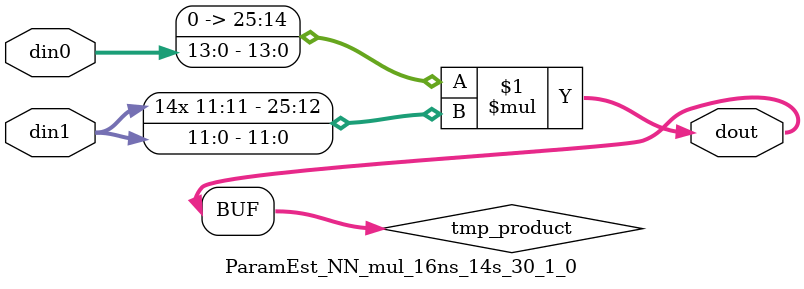
<source format=v>

`timescale 1 ns / 1 ps

  module ParamEst_NN_mul_16ns_14s_30_1_0(din0, din1, dout);
parameter ID = 1;
parameter NUM_STAGE = 0;
parameter din0_WIDTH = 14;
parameter din1_WIDTH = 12;
parameter dout_WIDTH = 26;

input [din0_WIDTH - 1 : 0] din0; 
input [din1_WIDTH - 1 : 0] din1; 
output [dout_WIDTH - 1 : 0] dout;

wire signed [dout_WIDTH - 1 : 0] tmp_product;











assign tmp_product = $signed({1'b0, din0}) * $signed(din1);










assign dout = tmp_product;







endmodule

</source>
